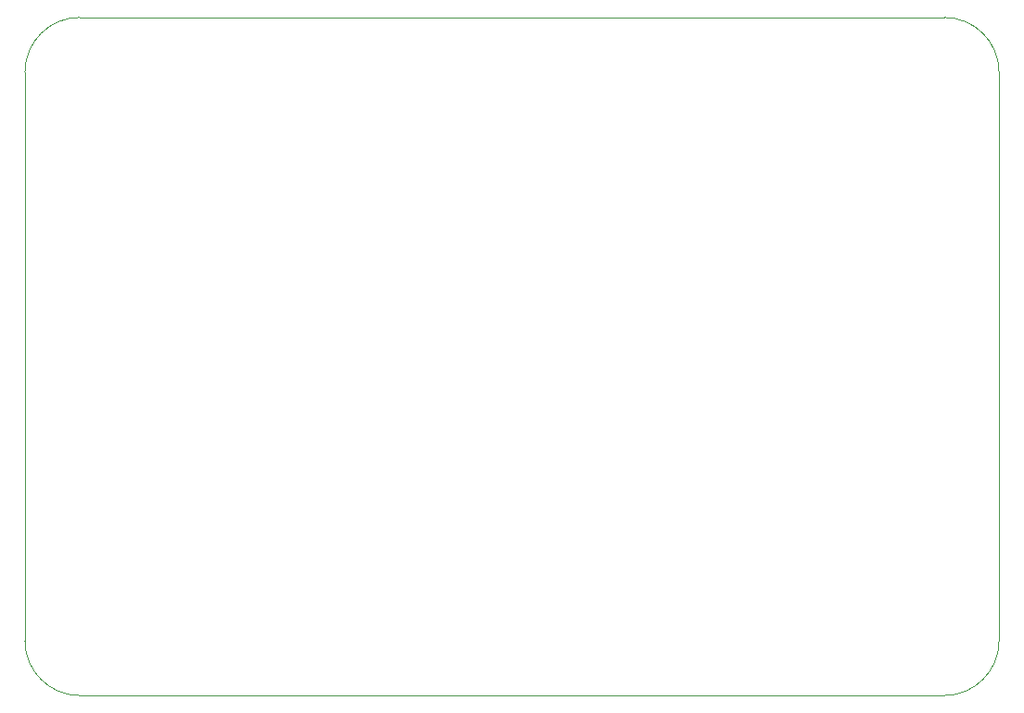
<source format=gbr>
%TF.GenerationSoftware,KiCad,Pcbnew,(6.0.9)*%
%TF.CreationDate,2022-12-05T13:16:43+00:00*%
%TF.ProjectId,stm32controller,73746d33-3263-46f6-9e74-726f6c6c6572,rev?*%
%TF.SameCoordinates,Original*%
%TF.FileFunction,Profile,NP*%
%FSLAX46Y46*%
G04 Gerber Fmt 4.6, Leading zero omitted, Abs format (unit mm)*
G04 Created by KiCad (PCBNEW (6.0.9)) date 2022-12-05 13:16:43*
%MOMM*%
%LPD*%
G01*
G04 APERTURE LIST*
%TA.AperFunction,Profile*%
%ADD10C,0.100000*%
%TD*%
G04 APERTURE END LIST*
D10*
X38000000Y-27000000D02*
G75*
G03*
X33000000Y-32000000I0J-5000000D01*
G01*
X122000000Y-32000000D02*
X122000000Y-84000000D01*
X122000000Y-32000000D02*
G75*
G03*
X117000000Y-27000000I-5000000J0D01*
G01*
X117000000Y-89000000D02*
G75*
G03*
X122000000Y-84000000I0J5000000D01*
G01*
X33000000Y-84000000D02*
G75*
G03*
X38000000Y-89000000I5000000J0D01*
G01*
X38000000Y-27000000D02*
X117000000Y-27000000D01*
X117000000Y-89000000D02*
X38000000Y-89000000D01*
X33000000Y-32000000D02*
X33000000Y-84000000D01*
M02*

</source>
